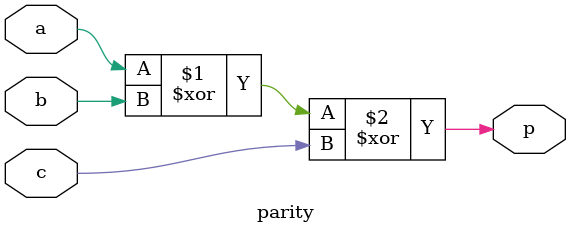
<source format=v>
module parity (
  input a,
  input b,
  input c,
  output p
);

  assign p = a ^ b ^ c;

endmodule

</source>
